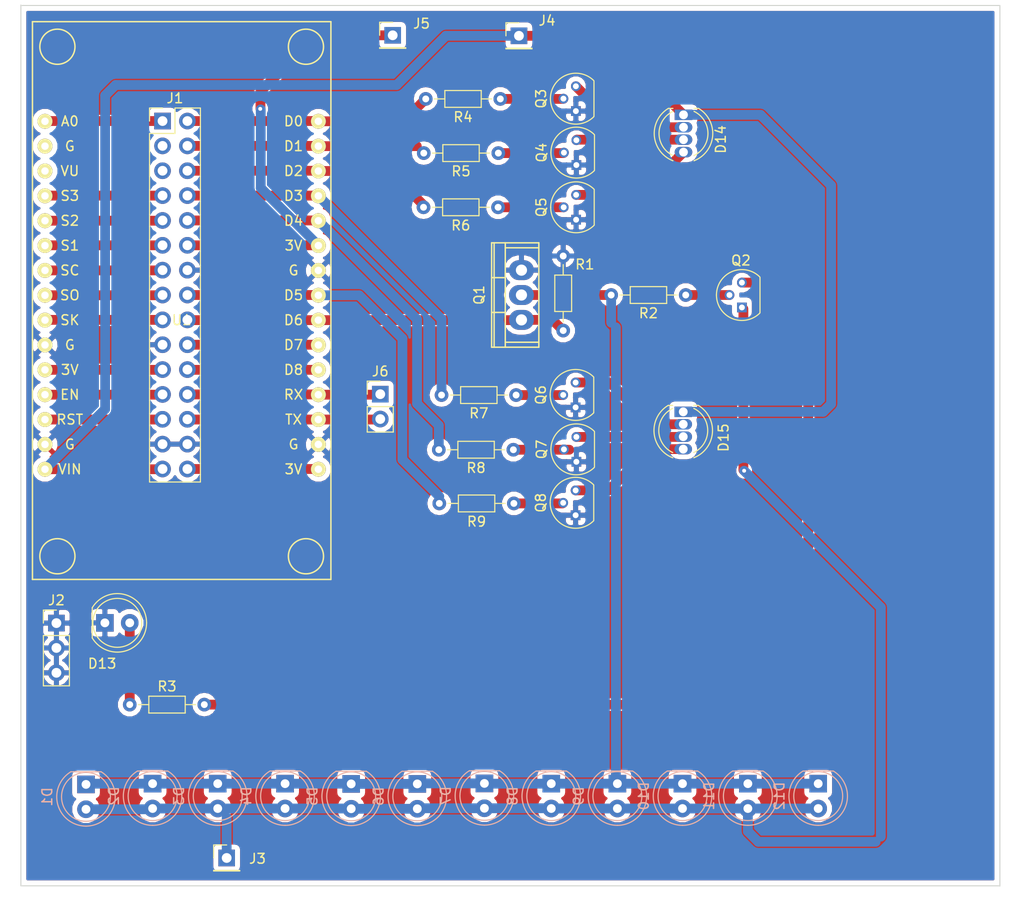
<source format=kicad_pcb>
(kicad_pcb (version 4) (host pcbnew 4.0.5+dfsg1-4)
  (layers (0 F.Cu signal) (31 B.Cu signal) (34 B.Paste user) (35 F.Paste user) (36 B.SilkS user) (37 F.SilkS user) (38 B.Mask user) (39 F.Mask user) (44 Edge.Cuts user))
  (net 0 "")
  (net 1 MOSFET_DRAIN)
  (net 2 +12V)
  (net 3 GND)
  (net 4 "Net-(D13-Pad2)")
  (net 5 +5V)
  (net 6 RX)
  (net 7 TX)
  (net 8 +3V3)
  (net 9 A0)
  (net 10 D0)
  (net 11 D1)
  (net 12 D2)
  (net 13 SD3)
  (net 14 D3)
  (net 15 SD2)
  (net 16 D4)
  (net 17 SD1)
  (net 18 CMD)
  (net 19 MISO)
  (net 20 D5)
  (net 21 CLK)
  (net 22 D6)
  (net 23 D7)
  (net 24 D8)
  (net 25 EN)
  (net 26 RST)
  (net 27 "Net-(D14-Pad2)")
  (net 28 "Net-(D14-Pad3)")
  (net 29 "Net-(D14-Pad4)")
  (net 30 "Net-(D15-Pad2)")
  (net 31 "Net-(D15-Pad3)")
  (net 32 "Net-(D15-Pad4)")
  (net 33 "Net-(Q2-Pad2)")
  (net 34 "Net-(Q2-Pad3)")
  (net 35 "Net-(Q3-Pad2)")
  (net 36 "Net-(Q4-Pad2)")
  (net 37 "Net-(Q5-Pad2)")
  (net 38 "Net-(Q6-Pad2)")
  (net 39 "Net-(Q7-Pad2)")
  (net 40 "Net-(Q8-Pad2)")
  (module LEDs:LED_D5.0mm (layer B.Cu) (at 21.2852 93.3196 270)
    (fp_text reference D1 (at 1.27 3.96 270) (layer B.SilkS) (effects (justify mirror)))
    (fp_text value LED)
    (pad 1 thru_hole rect (at 0 0 270) (size 1.8 1.8) (drill 0.9) (layers *.Cu *.Mask) (net 1 MOSFET_DRAIN))
    (pad 2 thru_hole circle (at 2.54 0 270) (size 1.8 1.8) (drill 0.9) (layers *.Cu *.Mask) (net 2 +12V))
  )
  (module LEDs:LED_D5.0mm (layer B.Cu) (at 28.0924 93.2434 270)
    (fp_text reference D2 (at 1.27 3.96 270) (layer B.SilkS) (effects (justify mirror)))
    (fp_text value LED)
    (pad 1 thru_hole rect (at 0 0 270) (size 1.8 1.8) (drill 0.9) (layers *.Cu *.Mask) (net 1 MOSFET_DRAIN))
    (pad 2 thru_hole circle (at 2.54 0 270) (size 1.8 1.8) (drill 0.9) (layers *.Cu *.Mask) (net 2 +12V))
  )
  (module LEDs:LED_D5.0mm (layer B.Cu) (at 34.7472 93.2434 270)
    (fp_text reference D3 (at 1.27 3.96 270) (layer B.SilkS) (effects (justify mirror)))
    (fp_text value LED)
    (pad 1 thru_hole rect (at 0 0 270) (size 1.8 1.8) (drill 0.9) (layers *.Cu *.Mask) (net 1 MOSFET_DRAIN))
    (pad 2 thru_hole circle (at 2.54 0 270) (size 1.8 1.8) (drill 0.9) (layers *.Cu *.Mask) (net 2 +12V))
  )
  (module LEDs:LED_D5.0mm (layer B.Cu) (at 41.6306 93.2434 270)
    (fp_text reference D4 (at 1.27 3.96 270) (layer B.SilkS) (effects (justify mirror)))
    (fp_text value LED)
    (pad 1 thru_hole rect (at 0 0 270) (size 1.8 1.8) (drill 0.9) (layers *.Cu *.Mask) (net 1 MOSFET_DRAIN))
    (pad 2 thru_hole circle (at 2.54 0 270) (size 1.8 1.8) (drill 0.9) (layers *.Cu *.Mask) (net 2 +12V))
  )
  (module LEDs:LED_D5.0mm (layer B.Cu) (at 48.387 93.2688 270)
    (fp_text reference D5 (at 1.27 3.96 270) (layer B.SilkS) (effects (justify mirror)))
    (fp_text value LED)
    (pad 1 thru_hole rect (at 0 0 270) (size 1.8 1.8) (drill 0.9) (layers *.Cu *.Mask) (net 1 MOSFET_DRAIN))
    (pad 2 thru_hole circle (at 2.54 0 270) (size 1.8 1.8) (drill 0.9) (layers *.Cu *.Mask) (net 2 +12V))
  )
  (module LEDs:LED_D5.0mm (layer B.Cu) (at 55.1434 93.2688 270)
    (fp_text reference D6 (at 1.27 3.96 270) (layer B.SilkS) (effects (justify mirror)))
    (fp_text value LED)
    (pad 1 thru_hole rect (at 0 0 270) (size 1.8 1.8) (drill 0.9) (layers *.Cu *.Mask) (net 1 MOSFET_DRAIN))
    (pad 2 thru_hole circle (at 2.54 0 270) (size 1.8 1.8) (drill 0.9) (layers *.Cu *.Mask) (net 2 +12V))
  )
  (module LEDs:LED_D5.0mm (layer B.Cu) (at 62.0014 93.2188 270)
    (fp_text reference D7 (at 1.27 3.96 270) (layer B.SilkS) (effects (justify mirror)))
    (fp_text value LED)
    (pad 1 thru_hole rect (at 0 0 270) (size 1.8 1.8) (drill 0.9) (layers *.Cu *.Mask) (net 1 MOSFET_DRAIN))
    (pad 2 thru_hole circle (at 2.54 0 270) (size 1.8 1.8) (drill 0.9) (layers *.Cu *.Mask) (net 2 +12V))
  )
  (module LEDs:LED_D5.0mm (layer B.Cu) (at 68.834 93.2434 270)
    (fp_text reference D8 (at 1.27 3.96 270) (layer B.SilkS) (effects (justify mirror)))
    (fp_text value LED)
    (pad 1 thru_hole rect (at 0 0 270) (size 1.8 1.8) (drill 0.9) (layers *.Cu *.Mask) (net 1 MOSFET_DRAIN))
    (pad 2 thru_hole circle (at 2.54 0 270) (size 1.8 1.8) (drill 0.9) (layers *.Cu *.Mask) (net 2 +12V))
  )
  (module LEDs:LED_D5.0mm (layer B.Cu) (at 75.5904 93.2434 270)
    (fp_text reference D9 (at 1.27 3.96 270) (layer B.SilkS) (effects (justify mirror)))
    (fp_text value LED)
    (pad 1 thru_hole rect (at 0 0 270) (size 1.8 1.8) (drill 0.9) (layers *.Cu *.Mask) (net 1 MOSFET_DRAIN))
    (pad 2 thru_hole circle (at 2.54 0 270) (size 1.8 1.8) (drill 0.9) (layers *.Cu *.Mask) (net 2 +12V))
  )
  (module LEDs:LED_D5.0mm (layer B.Cu) (at 82.2452 93.2434 270)
    (fp_text reference D10 (at 1.27 3.96 270) (layer B.SilkS) (effects (justify mirror)))
    (fp_text value LED)
    (pad 1 thru_hole rect (at 0 0 270) (size 1.8 1.8) (drill 0.9) (layers *.Cu *.Mask) (net 1 MOSFET_DRAIN))
    (pad 2 thru_hole circle (at 2.54 0 270) (size 1.8 1.8) (drill 0.9) (layers *.Cu *.Mask) (net 2 +12V))
  )
  (module LEDs:LED_D5.0mm (layer B.Cu) (at 88.9254 93.2434 270)
    (fp_text reference D11 (at 1.27 3.96 270) (layer B.SilkS) (effects (justify mirror)))
    (fp_text value LED)
    (pad 1 thru_hole rect (at 0 0 270) (size 1.8 1.8) (drill 0.9) (layers *.Cu *.Mask) (net 1 MOSFET_DRAIN))
    (pad 2 thru_hole circle (at 2.54 0 270) (size 1.8 1.8) (drill 0.9) (layers *.Cu *.Mask) (net 2 +12V))
  )
  (module LEDs:LED_D5.0mm (layer B.Cu) (at 96.1136 93.2434 270)
    (fp_text reference D12 (at 1.27 3.96 270) (layer B.SilkS) (effects (justify mirror)))
    (fp_text value LED)
    (pad 1 thru_hole rect (at 0 0 270) (size 1.8 1.8) (drill 0.9) (layers *.Cu *.Mask) (net 1 MOSFET_DRAIN))
    (pad 2 thru_hole circle (at 2.54 0 270) (size 1.8 1.8) (drill 0.9) (layers *.Cu *.Mask) (net 2 +12V))
  )
  (module LEDs:LED_D5.0mm (layer F.Cu) (at 23.2156 76.8096)
    (fp_text reference D13 (at -0.2794 4.1656) (layer F.SilkS))
    (fp_text value DisplayBacklight)
    (pad 1 thru_hole rect (at 0 0) (size 1.8 1.8) (drill 0.9) (layers *.Cu *.Mask) (net 3 GND))
    (pad 2 thru_hole circle (at 2.54 0) (size 1.8 1.8) (drill 0.9) (layers *.Cu *.Mask) (net 4 "Net-(D13-Pad2)"))
  )
  (module LEDs:LED_D5.0mm-4 (layer F.Cu) (at 82.3468 24.892 270)
    (fp_text reference D14 (at 2.5146 -3.81 270) (layer F.SilkS))
    (fp_text value "")
    (pad 1 thru_hole rect (at 0 0 270) (size 1.07 1.8) (drill 0.9) (layers *.Cu *.Mask) (net 5 +5V))
    (pad 2 thru_hole oval (at 1.27 0 270) (size 1.07 1.8) (drill 0.9) (layers *.Cu *.Mask) (net 27 "Net-(D14-Pad2)"))
    (pad 3 thru_hole oval (at 2.54 0 270) (size 1.07 1.8) (drill 0.9) (layers *.Cu *.Mask) (net 28 "Net-(D14-Pad3)"))
    (pad 4 thru_hole oval (at 3.81 0 270) (size 1.07 1.8) (drill 0.9) (layers *.Cu *.Mask) (net 29 "Net-(D14-Pad4)"))
  )
  (module LEDs:LED_D5.0mm-4 (layer F.Cu) (at 82.3214 55.245 270)
    (fp_text reference D15 (at 2.6416 -4.1148 270) (layer F.SilkS))
    (fp_text value "")
    (pad 1 thru_hole rect (at 0 0 270) (size 1.07 1.8) (drill 0.9) (layers *.Cu *.Mask) (net 5 +5V))
    (pad 2 thru_hole oval (at 1.27 0 270) (size 1.07 1.8) (drill 0.9) (layers *.Cu *.Mask) (net 30 "Net-(D15-Pad2)"))
    (pad 3 thru_hole oval (at 2.54 0 270) (size 1.07 1.8) (drill 0.9) (layers *.Cu *.Mask) (net 31 "Net-(D15-Pad3)"))
    (pad 4 thru_hole oval (at 3.81 0 270) (size 1.07 1.8) (drill 0.9) (layers *.Cu *.Mask) (net 32 "Net-(D15-Pad4)"))
  )
  (module Power_Integrations:TO-220 (layer F.Cu) (at 65.786 43.307 90)
    (fp_text reference Q1 (at 0 -4.318 90) (layer F.SilkS))
    (fp_text value "")
    (pad 2 thru_hole oval (at 0 0 90) (size 2.032 2.54) (drill 1.143) (layers *.Cu *.Mask) (net 1 MOSFET_DRAIN))
    (pad 3 thru_hole oval (at 2.54 0 90) (size 2.032 2.54) (drill 1.143) (layers *.Cu *.Mask) (net 3 GND))
    (pad 1 thru_hole oval (at -2.54 0 90) (size 2.032 2.54) (drill 1.143) (layers *.Cu *.Mask) (net 22 D6))
  )
  (module Resistors_THT:R_Axial_DIN0204_L3.6mm_D1.6mm_P7.62mm_Horizontal (layer F.Cu) (at 70.0532 46.9392 90)
    (fp_text reference R1 (at 6.7564 2.2098 180) (layer F.SilkS))
    (fp_text value 10k)
    (pad 1 thru_hole circle (at 0 0 90) (size 1.4 1.4) (drill 0.7) (layers *.Cu *.Mask) (net 22 D6))
    (pad 2 thru_hole oval (at 7.62 0 90) (size 1.4 1.4) (drill 0.7) (layers *.Cu *.Mask) (net 3 GND))
  )
  (module Resistors_THT:R_Axial_DIN0204_L3.6mm_D1.6mm_P7.62mm_Horizontal (layer F.Cu) (at 82.5754 43.307 180)
    (fp_text reference R2 (at 3.81 -1.86 180) (layer F.SilkS))
    (fp_text value 10k)
    (pad 1 thru_hole circle (at 0 0 180) (size 1.4 1.4) (drill 0.7) (layers *.Cu *.Mask) (net 33 "Net-(Q2-Pad2)"))
    (pad 2 thru_hole oval (at 7.62 0 180) (size 1.4 1.4) (drill 0.7) (layers *.Cu *.Mask) (net 1 MOSFET_DRAIN))
  )
  (module Resistors_THT:R_Axial_DIN0204_L3.6mm_D1.6mm_P7.62mm_Horizontal (layer F.Cu) (at 25.7556 85.1662)
    (fp_text reference R3 (at 3.81 -1.86) (layer F.SilkS))
    (fp_text value 330)
    (pad 1 thru_hole circle (at 0 0) (size 1.4 1.4) (drill 0.7) (layers *.Cu *.Mask) (net 4 "Net-(D13-Pad2)"))
    (pad 2 thru_hole oval (at 7.62 0) (size 1.4 1.4) (drill 0.7) (layers *.Cu *.Mask) (net 34 "Net-(Q2-Pad3)"))
  )
  (module Resistors_THT:R_Axial_DIN0204_L3.6mm_D1.6mm_P7.62mm_Horizontal (layer F.Cu) (at 63.627 23.2664 180)
    (fp_text reference R4 (at 3.81 -1.86 180) (layer F.SilkS))
    (fp_text value 1k)
    (pad 1 thru_hole circle (at 0 0 180) (size 1.4 1.4) (drill 0.7) (layers *.Cu *.Mask) (net 35 "Net-(Q3-Pad2)"))
    (pad 2 thru_hole oval (at 7.62 0 180) (size 1.4 1.4) (drill 0.7) (layers *.Cu *.Mask) (net 10 D0))
  )
  (module Resistors_THT:R_Axial_DIN0204_L3.6mm_D1.6mm_P7.62mm_Horizontal (layer F.Cu) (at 63.4238 28.8036 180)
    (fp_text reference R5 (at 3.81 -1.86 180) (layer F.SilkS))
    (fp_text value 1k)
    (pad 1 thru_hole circle (at 0 0 180) (size 1.4 1.4) (drill 0.7) (layers *.Cu *.Mask) (net 36 "Net-(Q4-Pad2)"))
    (pad 2 thru_hole oval (at 7.62 0 180) (size 1.4 1.4) (drill 0.7) (layers *.Cu *.Mask) (net 11 D1))
  )
  (module Resistors_THT:R_Axial_DIN0204_L3.6mm_D1.6mm_P7.62mm_Horizontal (layer F.Cu) (at 63.3984 34.3408 180)
    (fp_text reference R6 (at 3.81 -1.86 180) (layer F.SilkS))
    (fp_text value 1k)
    (pad 1 thru_hole circle (at 0 0 180) (size 1.4 1.4) (drill 0.7) (layers *.Cu *.Mask) (net 37 "Net-(Q5-Pad2)"))
    (pad 2 thru_hole oval (at 7.62 0 180) (size 1.4 1.4) (drill 0.7) (layers *.Cu *.Mask) (net 12 D2))
  )
  (module Resistors_THT:R_Axial_DIN0204_L3.6mm_D1.6mm_P7.62mm_Horizontal (layer F.Cu) (at 65.2399 53.5305 180)
    (fp_text reference R7 (at 3.81 -1.86 180) (layer F.SilkS))
    (fp_text value 1k)
    (pad 1 thru_hole circle (at 0 0 180) (size 1.4 1.4) (drill 0.7) (layers *.Cu *.Mask) (net 38 "Net-(Q6-Pad2)"))
    (pad 2 thru_hole oval (at 7.62 0 180) (size 1.4 1.4) (drill 0.7) (layers *.Cu *.Mask) (net 14 D3))
  )
  (module Resistors_THT:R_Axial_DIN0204_L3.6mm_D1.6mm_P7.62mm_Horizontal (layer F.Cu) (at 64.9605 59.1185 180)
    (fp_text reference R8 (at 3.81 -1.86 180) (layer F.SilkS))
    (fp_text value 1k)
    (pad 1 thru_hole circle (at 0 0 180) (size 1.4 1.4) (drill 0.7) (layers *.Cu *.Mask) (net 39 "Net-(Q7-Pad2)"))
    (pad 2 thru_hole oval (at 7.62 0 180) (size 1.4 1.4) (drill 0.7) (layers *.Cu *.Mask) (net 16 D4))
  )
  (module Resistors_THT:R_Axial_DIN0204_L3.6mm_D1.6mm_P7.62mm_Horizontal (layer F.Cu) (at 65.0113 64.6049 180)
    (fp_text reference R9 (at 3.81 -1.86 180) (layer F.SilkS))
    (fp_text value 1k)
    (pad 1 thru_hole circle (at 0 0 180) (size 1.4 1.4) (drill 0.7) (layers *.Cu *.Mask) (net 40 "Net-(Q8-Pad2)"))
    (pad 2 thru_hole oval (at 7.62 0 180) (size 1.4 1.4) (drill 0.7) (layers *.Cu *.Mask) (net 20 D5))
  )
  (module "NodeMCU:NodeMCU1.0(12-E)" (layer F.Cu) (at 31.0642 45.8724)
    (fp_text reference U1 (at 0 0) (layer F.SilkS))
    (fp_text value "NodeMCU1.0(ESP-12E)")
    (fp_text user VIN (at -11.43 15.24) (layer F.SilkS))
    (fp_text user G (at -11.43 12.7) (layer F.SilkS))
    (fp_text user RST (at -11.43 10.16) (layer F.SilkS))
    (fp_text user EN (at -11.43 7.62) (layer F.SilkS))
    (fp_text user 3V (at -11.43 5.08) (layer F.SilkS))
    (fp_text user G (at -11.43 2.54) (layer F.SilkS))
    (fp_text user SK (at -11.43 0) (layer F.SilkS))
    (fp_text user SO (at -11.43 -2.54) (layer F.SilkS))
    (fp_text user SC (at -11.43 -5.08) (layer F.SilkS))
    (fp_text user S1 (at -11.43 -7.62) (layer F.SilkS))
    (fp_text user S2 (at -11.43 -10.16) (layer F.SilkS))
    (fp_text user S3 (at -11.43 -12.7) (layer F.SilkS))
    (fp_text user VU (at -11.43 -15.24) (layer F.SilkS))
    (fp_text user G (at -11.43 -17.78) (layer F.SilkS))
    (fp_text user A0 (at -11.43 -20.32) (layer F.SilkS))
    (fp_text user 3V (at 11.43 15.24) (layer F.SilkS))
    (fp_text user G (at 11.43 12.7) (layer F.SilkS))
    (fp_text user TX (at 11.43 10.16) (layer F.SilkS))
    (fp_text user RX (at 11.43 7.62) (layer F.SilkS))
    (fp_text user D8 (at 11.43 5.08) (layer F.SilkS))
    (fp_text user D7 (at 11.43 2.54) (layer F.SilkS))
    (fp_text user D6 (at 11.43 0) (layer F.SilkS))
    (fp_text user D5 (at 11.43 -2.54) (layer F.SilkS))
    (fp_text user G (at 11.43 -5.08) (layer F.SilkS))
    (fp_text user 3V (at 11.43 -7.62) (layer F.SilkS))
    (fp_text user D4 (at 11.43 -10.16) (layer F.SilkS))
    (fp_text user D3 (at 11.43 -12.7) (layer F.SilkS))
    (fp_text user D2 (at 11.43 -15.24) (layer F.SilkS))
    (fp_text user D1 (at 11.43 -17.78) (layer F.SilkS))
    (fp_text user D0 (at 11.43 -20.32) (layer F.SilkS))
    (pad 1 thru_hole circle (at -13.97 -20.32) (size 1.524 1.524) (drill 0.762) (layers *.Cu *.Mask F.SilkS) (net 9 A0))
    (pad 2 thru_hole circle (at -13.97 -17.78) (size 1.524 1.524) (drill 0.762) (layers *.Cu *.Mask F.SilkS))
    (pad 3 thru_hole circle (at -13.97 -15.24) (size 1.524 1.524) (drill 0.762) (layers *.Cu *.Mask F.SilkS))
    (pad 4 thru_hole circle (at -13.97 -12.7) (size 1.524 1.524) (drill 0.762) (layers *.Cu *.Mask F.SilkS) (net 13 SD3))
    (pad 5 thru_hole circle (at -13.97 -10.16) (size 1.524 1.524) (drill 0.762) (layers *.Cu *.Mask F.SilkS) (net 15 SD2))
    (pad 6 thru_hole circle (at -13.97 -7.62) (size 1.524 1.524) (drill 0.762) (layers *.Cu *.Mask F.SilkS) (net 17 SD1))
    (pad 7 thru_hole circle (at -13.97 -5.08) (size 1.524 1.524) (drill 0.762) (layers *.Cu *.Mask F.SilkS) (net 18 CMD))
    (pad 8 thru_hole circle (at -13.97 -2.54) (size 1.524 1.524) (drill 0.762) (layers *.Cu *.Mask F.SilkS) (net 19 MISO))
    (pad 9 thru_hole circle (at -13.97 0) (size 1.524 1.524) (drill 0.762) (layers *.Cu *.Mask F.SilkS) (net 21 CLK))
    (pad 10 thru_hole circle (at -13.97 2.54) (size 1.524 1.524) (drill 0.762) (layers *.Cu *.Mask F.SilkS) (net 3 GND))
    (pad 11 thru_hole circle (at -13.97 5.08) (size 1.524 1.524) (drill 0.762) (layers *.Cu *.Mask F.SilkS) (net 8 +3V3))
    (pad 12 thru_hole circle (at -13.97 7.62) (size 1.524 1.524) (drill 0.762) (layers *.Cu *.Mask F.SilkS) (net 25 EN))
    (pad 13 thru_hole circle (at -13.97 10.16) (size 1.524 1.524) (drill 0.762) (layers *.Cu *.Mask F.SilkS) (net 26 RST))
    (pad 14 thru_hole circle (at -13.97 12.7) (size 1.524 1.524) (drill 0.762) (layers *.Cu *.Mask F.SilkS) (net 3 GND))
    (pad 15 thru_hole circle (at -13.97 15.24) (size 1.524 1.524) (drill 0.762) (layers *.Cu *.Mask F.SilkS) (net 5 +5V))
    (pad 16 thru_hole circle (at 13.97 15.24) (size 1.524 1.524) (drill 0.762) (layers *.Cu *.Mask F.SilkS) (net 8 +3V3))
    (pad 17 thru_hole circle (at 13.97 12.7) (size 1.524 1.524) (drill 0.762) (layers *.Cu *.Mask F.SilkS) (net 3 GND))
    (pad 18 thru_hole circle (at 13.97 10.16) (size 1.524 1.524) (drill 0.762) (layers *.Cu *.Mask F.SilkS) (net 7 TX))
    (pad 19 thru_hole circle (at 13.97 7.62) (size 1.524 1.524) (drill 0.762) (layers *.Cu *.Mask F.SilkS) (net 6 RX))
    (pad 20 thru_hole circle (at 13.97 5.08) (size 1.524 1.524) (drill 0.762) (layers *.Cu *.Mask F.SilkS) (net 24 D8))
    (pad 21 thru_hole circle (at 13.97 2.54) (size 1.524 1.524) (drill 0.762) (layers *.Cu *.Mask F.SilkS) (net 23 D7))
    (pad 22 thru_hole circle (at 13.97 0) (size 1.524 1.524) (drill 0.762) (layers *.Cu *.Mask F.SilkS) (net 22 D6))
    (pad 23 thru_hole circle (at 13.97 -2.54) (size 1.524 1.524) (drill 0.762) (layers *.Cu *.Mask F.SilkS) (net 20 D5))
    (pad 24 thru_hole circle (at 13.97 -5.08) (size 1.524 1.524) (drill 0.762) (layers *.Cu *.Mask F.SilkS) (net 3 GND))
    (pad 25 thru_hole circle (at 13.97 -7.62) (size 1.524 1.524) (drill 0.762) (layers *.Cu *.Mask F.SilkS) (net 8 +3V3))
    (pad 26 thru_hole circle (at 13.97 -10.16) (size 1.524 1.524) (drill 0.762) (layers *.Cu *.Mask F.SilkS) (net 16 D4))
    (pad 27 thru_hole circle (at 13.97 -12.7) (size 1.524 1.524) (drill 0.762) (layers *.Cu *.Mask F.SilkS) (net 14 D3))
    (pad 28 thru_hole circle (at 13.97 -15.24) (size 1.524 1.524) (drill 0.762) (layers *.Cu *.Mask F.SilkS) (net 12 D2))
    (pad 29 thru_hole circle (at 13.97 -17.78) (size 1.524 1.524) (drill 0.762) (layers *.Cu *.Mask F.SilkS) (net 11 D1))
    (pad 30 thru_hole circle (at 13.97 -20.32) (size 1.524 1.524) (drill 0.762) (layers *.Cu *.Mask F.SilkS) (net 10 D0))
  )
  (module TO_SOT_Packages_THT:TO-92_Molded_Narrow (layer F.Cu) (at 88.3158 44.577 90)
    (fp_text reference Q2 (at 4.8006 -0.1016 180) (layer F.SilkS))
    (fp_text value "")
    (pad 2 thru_hole circle (at 1.27 -1.27 180) (size 1 1) (drill 0.6) (layers *.Cu *.Mask) (net 33 "Net-(Q2-Pad2)"))
    (pad 3 thru_hole circle (at 2.54 0 180) (size 1 1) (drill 0.6) (layers *.Cu *.Mask) (net 34 "Net-(Q2-Pad3)"))
    (pad 1 thru_hole rect (at 0 0 180) (size 1 1) (drill 0.6) (layers *.Cu *.Mask) (net 2 +12V))
  )
  (module TO_SOT_Packages_THT:TO-92_Molded_Narrow (layer F.Cu) (at 71.3486 24.511 90)
    (fp_text reference Q3 (at 1.27 -3.56 90) (layer F.SilkS))
    (fp_text value "")
    (pad 2 thru_hole circle (at 1.27 -1.27 180) (size 1 1) (drill 0.6) (layers *.Cu *.Mask) (net 35 "Net-(Q3-Pad2)"))
    (pad 3 thru_hole circle (at 2.54 0 180) (size 1 1) (drill 0.6) (layers *.Cu *.Mask) (net 27 "Net-(D14-Pad2)"))
    (pad 1 thru_hole rect (at 0 0 180) (size 1 1) (drill 0.6) (layers *.Cu *.Mask) (net 3 GND))
  )
  (module TO_SOT_Packages_THT:TO-92_Molded_Narrow (layer F.Cu) (at 71.3994 30.0228 90)
    (fp_text reference Q4 (at 1.27 -3.56 90) (layer F.SilkS))
    (fp_text value "")
    (pad 2 thru_hole circle (at 1.27 -1.27 180) (size 1 1) (drill 0.6) (layers *.Cu *.Mask) (net 36 "Net-(Q4-Pad2)"))
    (pad 3 thru_hole circle (at 2.54 0 180) (size 1 1) (drill 0.6) (layers *.Cu *.Mask) (net 28 "Net-(D14-Pad3)"))
    (pad 1 thru_hole rect (at 0 0 180) (size 1 1) (drill 0.6) (layers *.Cu *.Mask) (net 3 GND))
  )
  (module TO_SOT_Packages_THT:TO-92_Molded_Narrow (layer F.Cu) (at 71.374 35.6108 90)
    (fp_text reference Q5 (at 1.27 -3.56 90) (layer F.SilkS))
    (fp_text value "")
    (pad 2 thru_hole circle (at 1.27 -1.27 180) (size 1 1) (drill 0.6) (layers *.Cu *.Mask) (net 37 "Net-(Q5-Pad2)"))
    (pad 3 thru_hole circle (at 2.54 0 180) (size 1 1) (drill 0.6) (layers *.Cu *.Mask) (net 29 "Net-(D14-Pad4)"))
    (pad 1 thru_hole rect (at 0 0 180) (size 1 1) (drill 0.6) (layers *.Cu *.Mask) (net 3 GND))
  )
  (module TO_SOT_Packages_THT:TO-92_Molded_Narrow (layer F.Cu) (at 71.3232 54.7878 90)
    (fp_text reference Q6 (at 1.27 -3.56 90) (layer F.SilkS))
    (fp_text value "")
    (pad 2 thru_hole circle (at 1.27 -1.27 180) (size 1 1) (drill 0.6) (layers *.Cu *.Mask) (net 38 "Net-(Q6-Pad2)"))
    (pad 3 thru_hole circle (at 2.54 0 180) (size 1 1) (drill 0.6) (layers *.Cu *.Mask) (net 30 "Net-(D15-Pad2)"))
    (pad 1 thru_hole rect (at 0 0 180) (size 1 1) (drill 0.6) (layers *.Cu *.Mask) (net 3 GND))
  )
  (module TO_SOT_Packages_THT:TO-92_Molded_Narrow (layer F.Cu) (at 71.3994 60.3504 90)
    (fp_text reference Q7 (at 1.27 -3.56 90) (layer F.SilkS))
    (fp_text value "")
    (pad 2 thru_hole circle (at 1.27 -1.27 180) (size 1 1) (drill 0.6) (layers *.Cu *.Mask) (net 39 "Net-(Q7-Pad2)"))
    (pad 3 thru_hole circle (at 2.54 0 180) (size 1 1) (drill 0.6) (layers *.Cu *.Mask) (net 31 "Net-(D15-Pad3)"))
    (pad 1 thru_hole rect (at 0 0 180) (size 1 1) (drill 0.6) (layers *.Cu *.Mask) (net 3 GND))
  )
  (module TO_SOT_Packages_THT:TO-92_Molded_Narrow (layer F.Cu) (at 71.3232 65.8114 90)
    (fp_text reference Q8 (at 1.27 -3.56 90) (layer F.SilkS))
    (fp_text value "")
    (pad 2 thru_hole circle (at 1.27 -1.27 180) (size 1 1) (drill 0.6) (layers *.Cu *.Mask) (net 40 "Net-(Q8-Pad2)"))
    (pad 3 thru_hole circle (at 2.54 0 180) (size 1 1) (drill 0.6) (layers *.Cu *.Mask) (net 32 "Net-(D15-Pad4)"))
    (pad 1 thru_hole rect (at 0 0 180) (size 1 1) (drill 0.6) (layers *.Cu *.Mask) (net 3 GND))
  )
  (module Pin_Headers:Pin_Header_Straight_2x15_Pitch2.54mm (layer F.Cu) (at 29.1084 25.527)
    (fp_text reference J1 (at 1.27 -2.33) (layer F.SilkS))
    (fp_text value "")
    (pad 1 thru_hole rect (at 0 0) (size 1.7 1.7) (drill 1) (layers *.Cu *.Mask) (net 9 A0))
    (pad 2 thru_hole oval (at 2.54 0) (size 1.7 1.7) (drill 1) (layers *.Cu *.Mask) (net 10 D0))
    (pad 3 thru_hole oval (at 0 2.54) (size 1.7 1.7) (drill 1) (layers *.Cu *.Mask))
    (pad 4 thru_hole oval (at 2.54 2.54) (size 1.7 1.7) (drill 1) (layers *.Cu *.Mask) (net 11 D1))
    (pad 5 thru_hole oval (at 0 5.08) (size 1.7 1.7) (drill 1) (layers *.Cu *.Mask))
    (pad 6 thru_hole oval (at 2.54 5.08) (size 1.7 1.7) (drill 1) (layers *.Cu *.Mask) (net 12 D2))
    (pad 7 thru_hole oval (at 0 7.62) (size 1.7 1.7) (drill 1) (layers *.Cu *.Mask) (net 13 SD3))
    (pad 8 thru_hole oval (at 2.54 7.62) (size 1.7 1.7) (drill 1) (layers *.Cu *.Mask) (net 14 D3))
    (pad 9 thru_hole oval (at 0 10.16) (size 1.7 1.7) (drill 1) (layers *.Cu *.Mask) (net 15 SD2))
    (pad 10 thru_hole oval (at 2.54 10.16) (size 1.7 1.7) (drill 1) (layers *.Cu *.Mask) (net 16 D4))
    (pad 11 thru_hole oval (at 0 12.7) (size 1.7 1.7) (drill 1) (layers *.Cu *.Mask) (net 17 SD1))
    (pad 12 thru_hole oval (at 2.54 12.7) (size 1.7 1.7) (drill 1) (layers *.Cu *.Mask) (net 8 +3V3))
    (pad 13 thru_hole oval (at 0 15.24) (size 1.7 1.7) (drill 1) (layers *.Cu *.Mask) (net 18 CMD))
    (pad 14 thru_hole oval (at 2.54 15.24) (size 1.7 1.7) (drill 1) (layers *.Cu *.Mask) (net 3 GND))
    (pad 15 thru_hole oval (at 0 17.78) (size 1.7 1.7) (drill 1) (layers *.Cu *.Mask) (net 19 MISO))
    (pad 16 thru_hole oval (at 2.54 17.78) (size 1.7 1.7) (drill 1) (layers *.Cu *.Mask) (net 20 D5))
    (pad 17 thru_hole oval (at 0 20.32) (size 1.7 1.7) (drill 1) (layers *.Cu *.Mask) (net 21 CLK))
    (pad 18 thru_hole oval (at 2.54 20.32) (size 1.7 1.7) (drill 1) (layers *.Cu *.Mask) (net 22 D6))
    (pad 19 thru_hole oval (at 0 22.86) (size 1.7 1.7) (drill 1) (layers *.Cu *.Mask) (net 3 GND))
    (pad 20 thru_hole oval (at 2.54 22.86) (size 1.7 1.7) (drill 1) (layers *.Cu *.Mask) (net 23 D7))
    (pad 21 thru_hole oval (at 0 25.4) (size 1.7 1.7) (drill 1) (layers *.Cu *.Mask) (net 8 +3V3))
    (pad 22 thru_hole oval (at 2.54 25.4) (size 1.7 1.7) (drill 1) (layers *.Cu *.Mask) (net 24 D8))
    (pad 23 thru_hole oval (at 0 27.94) (size 1.7 1.7) (drill 1) (layers *.Cu *.Mask) (net 25 EN))
    (pad 24 thru_hole oval (at 2.54 27.94) (size 1.7 1.7) (drill 1) (layers *.Cu *.Mask) (net 6 RX))
    (pad 25 thru_hole oval (at 0 30.48) (size 1.7 1.7) (drill 1) (layers *.Cu *.Mask) (net 26 RST))
    (pad 26 thru_hole oval (at 2.54 30.48) (size 1.7 1.7) (drill 1) (layers *.Cu *.Mask) (net 7 TX))
    (pad 27 thru_hole oval (at 0 33.02) (size 1.7 1.7) (drill 1) (layers *.Cu *.Mask) (net 3 GND))
    (pad 28 thru_hole oval (at 2.54 33.02) (size 1.7 1.7) (drill 1) (layers *.Cu *.Mask) (net 3 GND))
    (pad 29 thru_hole oval (at 0 35.56) (size 1.7 1.7) (drill 1) (layers *.Cu *.Mask) (net 5 +5V))
    (pad 30 thru_hole oval (at 2.54 35.56) (size 1.7 1.7) (drill 1) (layers *.Cu *.Mask) (net 8 +3V3))
  )
  (module Pin_Headers:Pin_Header_Straight_1x03_Pitch2.54mm (layer F.Cu) (at 18.2626 76.835)
    (fp_text reference J2 (at 0 -2.33) (layer F.SilkS))
    (fp_text value "")
    (pad 1 thru_hole rect (at 0 0) (size 1.7 1.7) (drill 1) (layers *.Cu *.Mask) (net 3 GND))
    (pad 2 thru_hole oval (at 0 2.54) (size 1.7 1.7) (drill 1) (layers *.Cu *.Mask) (net 3 GND))
    (pad 3 thru_hole oval (at 0 5.08) (size 1.7 1.7) (drill 1) (layers *.Cu *.Mask) (net 3 GND))
  )
  (module Pin_Headers:Pin_Header_Straight_1x01_Pitch2.54mm (layer F.Cu) (at 35.6616 100.838)
    (fp_text reference J3 (at 3.1496 0.0762) (layer F.SilkS))
    (fp_text value "")
    (pad 1 thru_hole rect (at 0 0) (size 1.7 1.7) (drill 1) (layers *.Cu *.Mask) (net 2 +12V))
  )
  (module Pin_Headers:Pin_Header_Straight_1x01_Pitch2.54mm (layer F.Cu) (at 65.532 16.8148)
    (fp_text reference J4 (at 2.8702 -1.5494) (layer F.SilkS))
    (fp_text value "")
    (pad 1 thru_hole rect (at 0 0) (size 1.7 1.7) (drill 1) (layers *.Cu *.Mask) (net 5 +5V))
  )
  (module Pin_Headers:Pin_Header_Straight_1x01_Pitch2.54mm (layer F.Cu) (at 52.6288 16.764)
    (fp_text reference J5 (at 2.9464 -1.1938) (layer F.SilkS))
    (fp_text value "")
    (pad 1 thru_hole rect (at 0 0) (size 1.7 1.7) (drill 1) (layers *.Cu *.Mask) (net 8 +3V3))
  )
  (module Socket_Strips:Socket_Strip_Straight_1x02_Pitch2.54mm (layer F.Cu) (at 51.3588 53.4416)
    (fp_text reference J6 (at 0 -2.33) (layer F.SilkS))
    (fp_text value "")
    (pad 1 thru_hole rect (at 0 0) (size 1.7 1.7) (drill 1) (layers *.Cu *.Mask) (net 6 RX))
    (pad 2 thru_hole oval (at 0 2.54) (size 1.7 1.7) (drill 1) (layers *.Cu *.Mask) (net 7 TX))
  )
  (gr_line (start 114.681 13.716) (end 114.681 103.716) (angle 90) (layer Edge.Cuts) (width 0.1))
  (gr_line (start 14.6558 13.716) (end 114.6558 13.716) (angle 90) (layer Edge.Cuts) (width 0.1))
  (gr_line (start 14.6304 103.6828) (end 114.6304 103.6828) (angle 90) (layer Edge.Cuts) (width 0.1))
  (gr_line (start 14.6304 13.6652) (end 14.6304 103.6652) (angle 90) (layer Edge.Cuts) (width 0.1))
  (segment (start 96.1136 93.2434) (end 88.9254 93.2434) (width 1) (layer B.Cu) (net 1))
  (segment (start 82.2452 93.2434) (end 88.9254 93.2434) (width 1) (layer B.Cu) (net 1))
  (segment (start 28.0924 93.2434) (end 21.3614 93.2434) (width 1) (layer B.Cu) (net 1))
  (segment (start 21.3614 93.2434) (end 21.2852 93.3196) (width 0.25) (layer B.Cu) (net 1))
  (segment (start 34.7472 93.2434) (end 28.0924 93.2434) (width 1) (layer B.Cu) (net 1))
  (segment (start 41.6306 93.2434) (end 34.7472 93.2434) (width 1) (layer B.Cu) (net 1))
  (segment (start 55.1434 93.2688) (end 48.387 93.2688) (width 1) (layer B.Cu) (net 1))
  (segment (start 48.387 93.2688) (end 48.3616 93.2434) (width 0.25) (layer B.Cu) (net 1))
  (segment (start 48.3616 93.2434) (end 41.6306 93.2434) (width 1) (layer B.Cu) (net 1))
  (segment (start 62.0014 93.2188) (end 55.1934 93.2188) (width 1) (layer B.Cu) (net 1))
  (segment (start 55.1934 93.2188) (end 55.1434 93.2688) (width 0.25) (layer B.Cu) (net 1))
  (segment (start 68.834 93.2434) (end 62.026 93.2434) (width 1) (layer B.Cu) (net 1))
  (segment (start 62.026 93.2434) (end 62.0014 93.2188) (width 0.25) (layer B.Cu) (net 1))
  (segment (start 75.5904 93.2434) (end 68.834 93.2434) (width 1) (layer B.Cu) (net 1))
  (segment (start 75.5904 93.2434) (end 83.0072 93.2434) (width 1) (layer B.Cu) (net 1))
  (segment (start 83.0072 93.2434) (end 82.2452 93.2434) (width 0.25) (layer B.Cu) (net 1))
  (segment (start 74.9554 43.307) (end 74.9554 46.1264) (width 1) (layer B.Cu) (net 1))
  (segment (start 75.438 46.609) (end 75.438 93.091) (width 1) (layer B.Cu) (net 1))
  (segment (start 74.9554 46.1264) (end 75.438 46.609) (width 0.25) (layer B.Cu) (net 1))
  (segment (start 75.438 93.091) (end 75.5904 93.2434) (width 0.25) (layer B.Cu) (net 1))
  (segment (start 65.786 43.307) (end 74.9554 43.307) (width 1) (layer F.Cu) (net 1))
  (segment (start 88.9254 95.7834) (end 88.9254 98.1202) (width 1) (layer B.Cu) (net 2))
  (segment (start 88.4682 61.1886) (end 88.4682 44.7294) (width 1) (layer F.Cu) (net 2))
  (segment (start 88.5444 61.2648) (end 88.4682 61.1886) (width 0.25) (layer F.Cu) (net 2))
  (via (at 88.5444 61.2648) (size 0.6) (drill 0.4) (layers F.Cu B.Cu) (net 2))
  (segment (start 102.5144 75.2348) (end 88.5444 61.2648) (width 1) (layer B.Cu) (net 2))
  (segment (start 102.5144 98.6536) (end 102.5144 75.2348) (width 1) (layer B.Cu) (net 2))
  (segment (start 101.981 99.187) (end 102.5144 98.6536) (width 0.25) (layer B.Cu) (net 2))
  (segment (start 89.9922 99.187) (end 101.981 99.187) (width 1) (layer B.Cu) (net 2))
  (segment (start 88.9254 98.1202) (end 89.9922 99.187) (width 1) (layer B.Cu) (net 2))
  (segment (start 88.4682 44.7294) (end 88.3158 44.577) (width 0.25) (layer F.Cu) (net 2))
  (segment (start 88.9254 95.7834) (end 96.1136 95.7834) (width 1) (layer B.Cu) (net 2))
  (segment (start 82.2452 95.7834) (end 88.9254 95.7834) (width 1) (layer B.Cu) (net 2))
  (segment (start 75.5904 95.7834) (end 82.2452 95.7834) (width 1) (layer B.Cu) (net 2))
  (segment (start 68.834 95.7834) (end 75.5904 95.7834) (width 1) (layer B.Cu) (net 2))
  (segment (start 62.0014 95.7588) (end 68.8094 95.7588) (width 1) (layer B.Cu) (net 2))
  (segment (start 68.8094 95.7588) (end 68.834 95.7834) (width 0.25) (layer B.Cu) (net 2))
  (segment (start 62.0014 95.7588) (end 55.1934 95.7588) (width 1) (layer B.Cu) (net 2))
  (segment (start 55.1934 95.7588) (end 55.1434 95.8088) (width 0.25) (layer B.Cu) (net 2))
  (segment (start 48.387 95.8088) (end 55.1434 95.8088) (width 1) (layer B.Cu) (net 2))
  (segment (start 41.6306 95.7834) (end 48.3616 95.7834) (width 1) (layer B.Cu) (net 2))
  (segment (start 48.3616 95.7834) (end 48.387 95.8088) (width 0.25) (layer B.Cu) (net 2))
  (segment (start 34.7472 95.7834) (end 41.6306 95.7834) (width 1) (layer B.Cu) (net 2))
  (segment (start 28.0924 95.7834) (end 34.7472 95.7834) (width 1) (layer B.Cu) (net 2))
  (segment (start 21.2852 95.8596) (end 28.0162 95.8596) (width 1) (layer B.Cu) (net 2))
  (segment (start 28.0162 95.8596) (end 28.0924 95.7834) (width 0.25) (layer B.Cu) (net 2))
  (segment (start 35.6616 100.838) (end 35.6616 96.6978) (width 1) (layer B.Cu) (net 2))
  (segment (start 35.6616 96.6978) (end 34.7472 95.7834) (width 0.25) (layer B.Cu) (net 2))
  (segment (start 25.7556 76.8096) (end 25.7556 85.1662) (width 1) (layer F.Cu) (net 4))
  (segment (start 23.241 54.9656) (end 17.0942 61.1124) (width 1) (layer B.Cu) (net 5))
  (segment (start 23.241 22.9108) (end 23.241 54.9656) (width 1) (layer B.Cu) (net 5))
  (segment (start 24.3078 21.844) (end 23.241 22.9108) (width 1) (layer B.Cu) (net 5))
  (segment (start 53.0352 21.844) (end 24.3078 21.844) (width 1) (layer B.Cu) (net 5))
  (segment (start 58.0644 16.8148) (end 53.0352 21.844) (width 1) (layer B.Cu) (net 5))
  (segment (start 65.532 16.8148) (end 58.0644 16.8148) (width 1) (layer B.Cu) (net 5))
  (segment (start 82.3468 24.892) (end 90.2208 24.892) (width 1) (layer B.Cu) (net 5))
  (segment (start 96.6216 55.245) (end 82.3214 55.245) (width 1) (layer B.Cu) (net 5))
  (segment (start 97.4344 54.4322) (end 96.6216 55.245) (width 1) (layer B.Cu) (net 5))
  (segment (start 97.4344 32.1056) (end 97.4344 54.4322) (width 1) (layer B.Cu) (net 5))
  (segment (start 90.2208 24.892) (end 97.4344 32.1056) (width 1) (layer B.Cu) (net 5))
  (segment (start 65.532 16.8148) (end 74.2696 16.8148) (width 1) (layer F.Cu) (net 5))
  (segment (start 74.2696 16.8148) (end 82.3468 24.892) (width 1) (layer F.Cu) (net 5))
  (segment (start 17.0942 61.1124) (end 29.083 61.1124) (width 1) (layer F.Cu) (net 5))
  (segment (start 29.083 61.1124) (end 29.1084 61.087) (width 0.25) (layer F.Cu) (net 5))
  (segment (start 45.0342 53.4924) (end 51.308 53.4924) (width 1) (layer F.Cu) (net 6))
  (segment (start 51.308 53.4924) (end 51.3588 53.4416) (width 0.25) (layer F.Cu) (net 6))
  (segment (start 31.6484 53.467) (end 45.0088 53.467) (width 1) (layer F.Cu) (net 6))
  (segment (start 45.0088 53.467) (end 45.0342 53.4924) (width 0.25) (layer F.Cu) (net 6))
  (segment (start 45.0342 56.0324) (end 51.308 56.0324) (width 1) (layer F.Cu) (net 7))
  (segment (start 51.308 56.0324) (end 51.3588 55.9816) (width 0.25) (layer F.Cu) (net 7))
  (segment (start 45.0342 56.0324) (end 31.6738 56.0324) (width 1) (layer F.Cu) (net 7))
  (segment (start 31.6738 56.0324) (end 31.6484 56.007) (width 0.25) (layer F.Cu) (net 7))
  (segment (start 52.6288 16.764) (end 44.8564 16.764) (width 1) (layer F.Cu) (net 8))
  (segment (start 39.1414 32.3596) (end 45.0342 38.2524) (width 1) (layer B.Cu) (net 8))
  (segment (start 39.1414 24.3332) (end 39.1414 32.3596) (width 1) (layer B.Cu) (net 8))
  (segment (start 39.0906 24.2824) (end 39.1414 24.3332) (width 0.25) (layer B.Cu) (net 8))
  (via (at 39.0906 24.2824) (size 0.6) (drill 0.4) (layers F.Cu B.Cu) (net 8))
  (segment (start 39.116 24.257) (end 39.0906 24.2824) (width 0.25) (layer F.Cu) (net 8))
  (segment (start 39.116 22.5044) (end 39.116 24.257) (width 1) (layer F.Cu) (net 8))
  (segment (start 44.8564 16.764) (end 39.116 22.5044) (width 1) (layer F.Cu) (net 8))
  (segment (start 31.6484 61.087) (end 45.0088 61.087) (width 1) (layer F.Cu) (net 8))
  (segment (start 45.0088 61.087) (end 45.0342 61.1124) (width 0.25) (layer F.Cu) (net 8))
  (segment (start 17.0942 50.9524) (end 29.083 50.9524) (width 1) (layer F.Cu) (net 8))
  (segment (start 29.083 50.9524) (end 29.1084 50.927) (width 0.25) (layer F.Cu) (net 8))
  (segment (start 31.6484 38.227) (end 45.0088 38.227) (width 1) (layer F.Cu) (net 8))
  (segment (start 45.0088 38.227) (end 45.0342 38.2524) (width 0.25) (layer F.Cu) (net 8))
  (segment (start 29.1084 25.527) (end 17.1196 25.527) (width 1) (layer F.Cu) (net 9))
  (segment (start 17.1196 25.527) (end 17.0942 25.5524) (width 0.25) (layer F.Cu) (net 9))
  (segment (start 17.0942 25.5524) (end 29.083 25.5524) (width 0.25) (layer F.Cu) (net 9))
  (segment (start 29.083 25.5524) (end 29.1084 25.527) (width 0.25) (layer F.Cu) (net 9))
  (segment (start 45.0342 25.5524) (end 53.721 25.5524) (width 1) (layer F.Cu) (net 10))
  (segment (start 53.721 25.5524) (end 56.007 23.2664) (width 1) (layer F.Cu) (net 10))
  (segment (start 31.6484 25.527) (end 45.0088 25.527) (width 1) (layer F.Cu) (net 10))
  (segment (start 45.0088 25.527) (end 45.0342 25.5524) (width 0.25) (layer F.Cu) (net 10))
  (segment (start 31.6484 28.067) (end 45.0088 28.067) (width 1) (layer F.Cu) (net 11))
  (segment (start 45.0088 28.067) (end 45.0342 28.0924) (width 0.25) (layer F.Cu) (net 11))
  (segment (start 45.0342 28.0924) (end 55.0926 28.0924) (width 1) (layer F.Cu) (net 11))
  (segment (start 55.0926 28.0924) (end 55.8038 28.8036) (width 0.25) (layer F.Cu) (net 11))
  (segment (start 31.6484 30.607) (end 45.0088 30.607) (width 1) (layer F.Cu) (net 12))
  (segment (start 45.0088 30.607) (end 45.0342 30.6324) (width 0.25) (layer F.Cu) (net 12))
  (segment (start 55.7784 34.3408) (end 55.7784 34.1122) (width 0.25) (layer F.Cu) (net 12))
  (segment (start 55.7784 34.1122) (end 52.2986 30.6324) (width 1) (layer F.Cu) (net 12))
  (segment (start 52.2986 30.6324) (end 45.0342 30.6324) (width 1) (layer F.Cu) (net 12))
  (segment (start 29.1084 33.147) (end 17.1196 33.147) (width 1) (layer F.Cu) (net 13))
  (segment (start 17.1196 33.147) (end 17.0942 33.1724) (width 0.25) (layer F.Cu) (net 13))
  (segment (start 57.6199 53.5305) (end 57.6199 45.7581) (width 1) (layer B.Cu) (net 14))
  (segment (start 57.6199 45.7581) (end 45.0342 33.1724) (width 1) (layer B.Cu) (net 14))
  (segment (start 31.6484 33.147) (end 45.0088 33.147) (width 1) (layer F.Cu) (net 14))
  (segment (start 45.0088 33.147) (end 45.0342 33.1724) (width 0.25) (layer F.Cu) (net 14))
  (segment (start 17.0942 35.7124) (end 29.083 35.7124) (width 1) (layer F.Cu) (net 15))
  (segment (start 29.083 35.7124) (end 29.1084 35.687) (width 0.25) (layer F.Cu) (net 15))
  (segment (start 57.3405 59.1185) (end 57.3405 56.6293) (width 1) (layer B.Cu) (net 16))
  (segment (start 55.118 45.7962) (end 45.0342 35.7124) (width 1) (layer B.Cu) (net 16))
  (segment (start 55.118 54.4068) (end 55.118 45.7962) (width 1) (layer B.Cu) (net 16))
  (segment (start 57.3405 56.6293) (end 55.118 54.4068) (width 1) (layer B.Cu) (net 16))
  (segment (start 31.6484 35.687) (end 45.0088 35.687) (width 1) (layer F.Cu) (net 16))
  (segment (start 45.0088 35.687) (end 45.0342 35.7124) (width 0.25) (layer F.Cu) (net 16))
  (segment (start 29.1084 38.227) (end 17.1196 38.227) (width 1) (layer F.Cu) (net 17))
  (segment (start 17.1196 38.227) (end 17.0942 38.2524) (width 0.25) (layer F.Cu) (net 17))
  (segment (start 17.0942 40.7924) (end 29.083 40.7924) (width 1) (layer F.Cu) (net 18))
  (segment (start 29.083 40.7924) (end 29.1084 40.767) (width 0.25) (layer F.Cu) (net 18))
  (segment (start 17.0942 43.3324) (end 29.083 43.3324) (width 1) (layer F.Cu) (net 19))
  (segment (start 29.083 43.3324) (end 29.1084 43.307) (width 0.25) (layer F.Cu) (net 19))
  (segment (start 57.3913 64.6049) (end 57.3913 63.8937) (width 0.25) (layer B.Cu) (net 20))
  (segment (start 49.1998 43.3324) (end 45.0342 43.3324) (width 1) (layer B.Cu) (net 20))
  (segment (start 53.6194 47.752) (end 49.1998 43.3324) (width 1) (layer B.Cu) (net 20))
  (segment (start 53.6194 60.1218) (end 53.6194 47.752) (width 1) (layer B.Cu) (net 20))
  (segment (start 57.3913 63.8937) (end 53.6194 60.1218) (width 1) (layer B.Cu) (net 20))
  (segment (start 31.6484 43.307) (end 45.0088 43.307) (width 1) (layer F.Cu) (net 20))
  (segment (start 45.0088 43.307) (end 45.0342 43.3324) (width 0.25) (layer F.Cu) (net 20))
  (segment (start 29.1084 45.847) (end 17.1196 45.847) (width 1) (layer F.Cu) (net 21))
  (segment (start 17.1196 45.847) (end 17.0942 45.8724) (width 0.25) (layer F.Cu) (net 21))
  (segment (start 45.0342 45.8724) (end 31.6738 45.8724) (width 1) (layer F.Cu) (net 22))
  (segment (start 31.6738 45.8724) (end 31.6484 45.847) (width 0.25) (layer F.Cu) (net 22))
  (segment (start 45.0342 45.8724) (end 65.7606 45.8724) (width 1) (layer F.Cu) (net 22))
  (segment (start 65.7606 45.8724) (end 65.786 45.847) (width 0.25) (layer F.Cu) (net 22))
  (segment (start 65.786 45.847) (end 68.961 45.847) (width 1) (layer F.Cu) (net 22))
  (segment (start 68.961 45.847) (end 70.0532 46.9392) (width 1) (layer F.Cu) (net 22))
  (segment (start 31.6484 48.387) (end 45.0088 48.387) (width 1) (layer F.Cu) (net 23))
  (segment (start 45.0088 48.387) (end 45.0342 48.4124) (width 0.25) (layer F.Cu) (net 23))
  (segment (start 45.0342 50.9524) (end 31.6738 50.9524) (width 1) (layer F.Cu) (net 24))
  (segment (start 31.6738 50.9524) (end 31.6484 50.927) (width 0.25) (layer F.Cu) (net 24))
  (segment (start 17.0942 53.4924) (end 29.083 53.4924) (width 1) (layer F.Cu) (net 25))
  (segment (start 29.083 53.4924) (end 29.1084 53.467) (width 0.25) (layer F.Cu) (net 25))
  (segment (start 17.0942 56.0324) (end 29.083 56.0324) (width 1) (layer F.Cu) (net 26))
  (segment (start 29.083 56.0324) (end 29.1084 56.007) (width 0.25) (layer F.Cu) (net 26))
  (segment (start 82.3468 26.162) (end 75.5396 26.162) (width 1) (layer F.Cu) (net 27))
  (segment (start 75.5396 26.162) (end 71.3486 21.971) (width 1) (layer F.Cu) (net 27))
  (segment (start 82.3468 27.432) (end 71.4502 27.432) (width 1) (layer F.Cu) (net 28))
  (segment (start 71.4502 27.432) (end 71.3994 27.4828) (width 1) (layer F.Cu) (net 28))
  (segment (start 82.296 27.4828) (end 82.3468 27.432) (width 0.25) (layer F.Cu) (net 28))
  (segment (start 71.374 33.0708) (end 77.978 33.0708) (width 1) (layer F.Cu) (net 29))
  (segment (start 77.978 33.0708) (end 82.3468 28.702) (width 1) (layer F.Cu) (net 29))
  (segment (start 71.3232 52.2478) (end 74.8284 52.2478) (width 1) (layer F.Cu) (net 30))
  (segment (start 79.0956 56.515) (end 82.3214 56.515) (width 1) (layer F.Cu) (net 30))
  (segment (start 74.8284 52.2478) (end 79.0956 56.515) (width 1) (layer F.Cu) (net 30))
  (segment (start 71.3994 57.8104) (end 82.296 57.8104) (width 1) (layer F.Cu) (net 31))
  (segment (start 82.296 57.8104) (end 82.3214 57.785) (width 0.25) (layer F.Cu) (net 31))
  (segment (start 82.3214 59.055) (end 78.9178 59.055) (width 1) (layer F.Cu) (net 32))
  (segment (start 74.7014 63.2714) (end 71.3232 63.2714) (width 1) (layer F.Cu) (net 32))
  (segment (start 78.9178 59.055) (end 74.7014 63.2714) (width 1) (layer F.Cu) (net 32))
  (segment (start 82.5754 43.307) (end 87.0458 43.307) (width 1) (layer F.Cu) (net 33))
  (segment (start 33.3756 85.1662) (end 94.1324 85.1662) (width 1) (layer F.Cu) (net 34))
  (segment (start 94.8436 42.037) (end 88.3158 42.037) (width 1) (layer F.Cu) (net 34))
  (segment (start 95.0976 42.291) (end 94.8436 42.037) (width 0.25) (layer F.Cu) (net 34))
  (segment (start 95.0976 84.201) (end 95.0976 42.291) (width 1) (layer F.Cu) (net 34))
  (segment (start 94.1324 85.1662) (end 95.0976 84.201) (width 1) (layer F.Cu) (net 34))
  (segment (start 63.627 23.2664) (end 70.0532 23.2664) (width 1) (layer F.Cu) (net 35))
  (segment (start 70.0532 23.2664) (end 70.0786 23.241) (width 0.25) (layer F.Cu) (net 35))
  (segment (start 63.4238 28.8036) (end 70.0786 28.8036) (width 1) (layer F.Cu) (net 36))
  (segment (start 70.0786 28.8036) (end 70.1294 28.7528) (width 0.25) (layer F.Cu) (net 36))
  (segment (start 63.3984 34.3408) (end 70.104 34.3408) (width 1) (layer F.Cu) (net 37))
  (segment (start 65.2399 53.5305) (end 70.0405 53.5305) (width 1) (layer F.Cu) (net 38))
  (segment (start 70.0405 53.5305) (end 70.0532 53.5178) (width 0.25) (layer F.Cu) (net 38))
  (segment (start 64.9605 59.1185) (end 70.6755 59.1185) (width 1) (layer F.Cu) (net 39))
  (segment (start 70.6755 59.1185) (end 70.6882 59.1312) (width 0.25) (layer F.Cu) (net 39))
  (segment (start 65.0113 64.6049) (end 69.9897 64.6049) (width 1) (layer F.Cu) (net 40))
  (segment (start 69.9897 64.6049) (end 70.0532 64.5414) (width 0.25) (layer F.Cu) (net 40))
  (zone (net 3) (net_name GND) (layer F.Cu) (connect_pads (clearance 0.508)) (min_thickness 0.254) (fill yes (arc_segments 16) (thermal_gap 0.508) (thermal_bridge_width 0.508))
    (polygon (pts (xy 116.789579 104.248538) (xy 13.1064 106.2736) (xy 12.4968 13.1572) (xy 116.9162 13.1572)))
  )
  (zone (net 3) (net_name GND) (layer B.Cu) (connect_pads (clearance 0.508)) (min_thickness 0.254) (fill yes (arc_segments 16) (thermal_gap 0.508) (thermal_bridge_width 0.508))
    (polygon (pts (xy 116.789579 104.248538) (xy 13.1064 106.2736) (xy 12.4968 13.1572) (xy 116.9162 13.1572)))
  )
)
</source>
